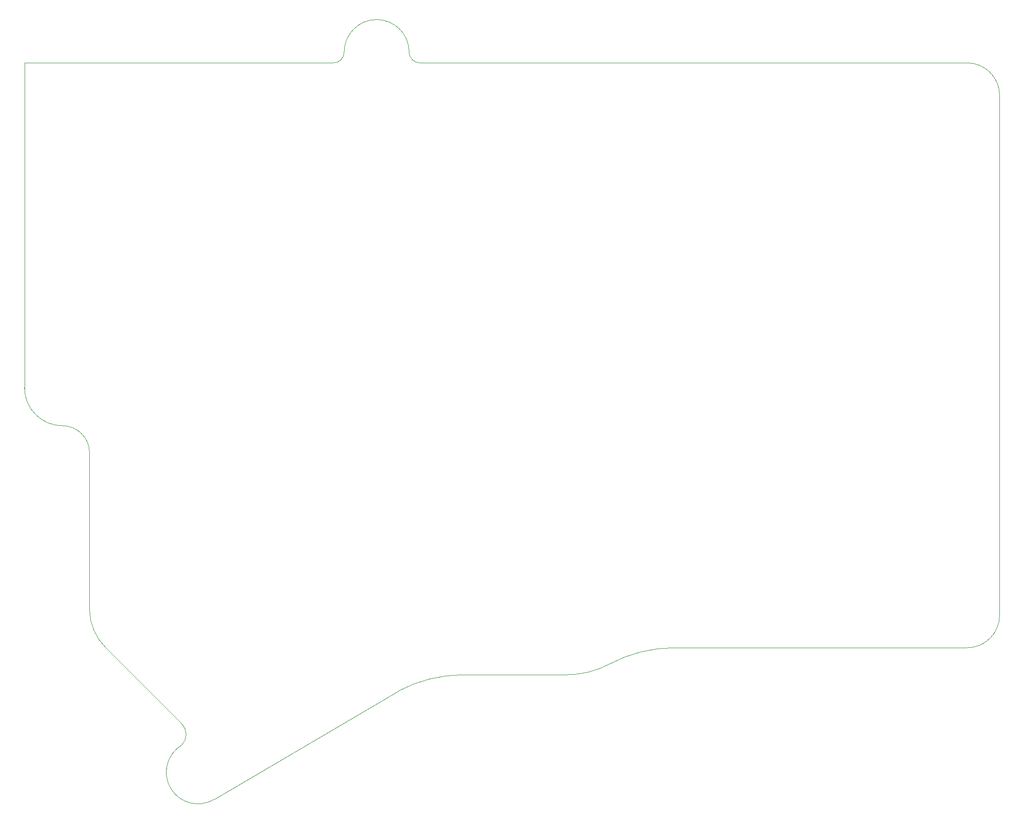
<source format=gm1>
%TF.GenerationSoftware,KiCad,Pcbnew,8.0.1*%
%TF.CreationDate,2024-04-28T15:39:47+00:00*%
%TF.ProjectId,split_kb,73706c69-745f-46b6-922e-6b696361645f,rev?*%
%TF.SameCoordinates,Original*%
%TF.FileFunction,Profile,NP*%
%FSLAX46Y46*%
G04 Gerber Fmt 4.6, Leading zero omitted, Abs format (unit mm)*
G04 Created by KiCad (PCBNEW 8.0.1) date 2024-04-28 15:39:47*
%MOMM*%
%LPD*%
G01*
G04 APERTURE LIST*
%TA.AperFunction,Profile*%
%ADD10C,0.050000*%
%TD*%
G04 APERTURE END LIST*
D10*
X99750000Y-167200000D02*
X132050000Y-148200000D01*
X73150000Y-101650000D02*
G75*
G02*
X77900000Y-106400000I0J-4750000D01*
G01*
X132050000Y-148200000D02*
G75*
G02*
X143450000Y-145350000I11400000J-21375000D01*
G01*
X135850000Y-38000000D02*
X231800000Y-38000000D01*
X77900000Y-106400000D02*
X77900000Y-133950000D01*
X180500000Y-140600000D02*
X231800000Y-140600000D01*
X73150000Y-101650000D02*
G75*
G02*
X66500000Y-95000000I0J6650000D01*
G01*
X237500000Y-134900000D02*
G75*
G02*
X231800000Y-140600000I-5700000J0D01*
G01*
X94050000Y-153900000D02*
X80750000Y-140600000D01*
X169100000Y-143450000D02*
G75*
G02*
X161500000Y-145350000I-7600000J14250000D01*
G01*
X99750000Y-167200000D02*
G75*
G02*
X94050000Y-157700000I-2850000J4750000D01*
G01*
X122550000Y-36100000D02*
G75*
G02*
X133950000Y-36100000I5700000J0D01*
G01*
X143450000Y-145350000D02*
X161500000Y-145350000D01*
X80750000Y-140600000D02*
G75*
G02*
X77900010Y-133950000I6650000J6785700D01*
G01*
X135850000Y-38000000D02*
G75*
G02*
X133950000Y-36100000I0J1900000D01*
G01*
X122550000Y-36100000D02*
G75*
G02*
X120650000Y-38000000I-1900000J0D01*
G01*
X66500000Y-38000000D02*
X120650000Y-38000000D01*
X169100000Y-143450000D02*
G75*
G02*
X180500000Y-140600000I11400000J-21375000D01*
G01*
X94049999Y-153900001D02*
G75*
G02*
X94049999Y-157699999I-1899999J-1899999D01*
G01*
X66500000Y-95000000D02*
X66500000Y-38000000D01*
X231800000Y-38000000D02*
G75*
G02*
X237500000Y-43700000I0J-5700000D01*
G01*
X237500000Y-134900000D02*
X237500000Y-43700000D01*
M02*

</source>
